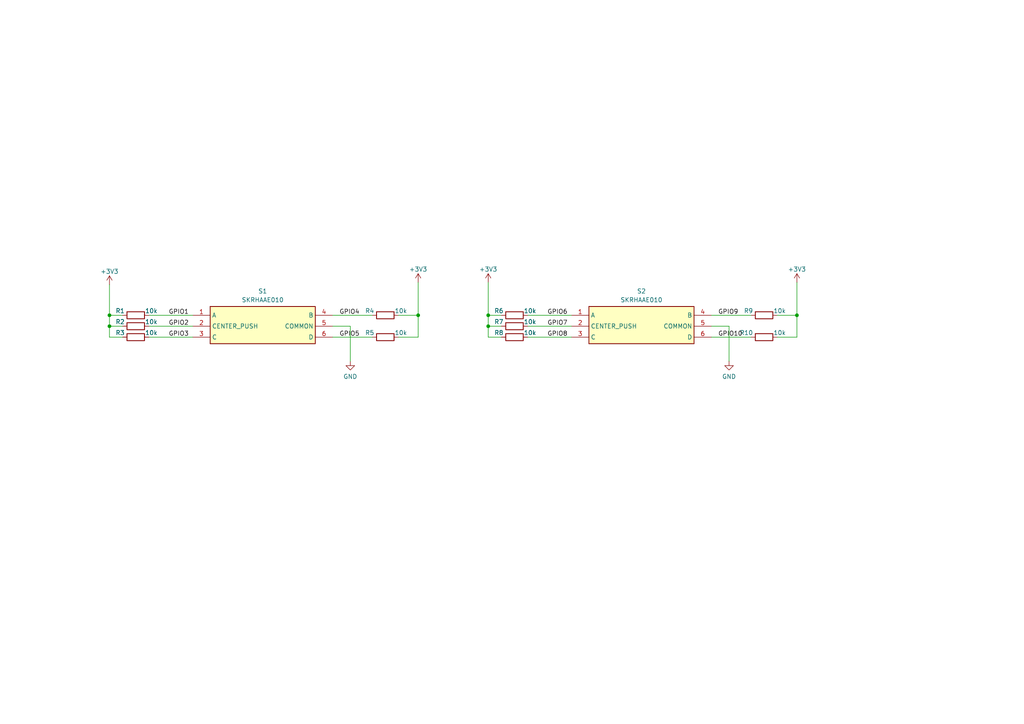
<source format=kicad_sch>
(kicad_sch (version 20230121) (generator eeschema)

  (uuid 89dd5042-e0ca-499f-8c65-b54b53e10503)

  (paper "A4")

  (lib_symbols
    (symbol "Device:R" (pin_numbers hide) (pin_names (offset 0)) (in_bom yes) (on_board yes)
      (property "Reference" "R" (at 2.032 0 90)
        (effects (font (size 1.27 1.27)))
      )
      (property "Value" "R" (at 0 0 90)
        (effects (font (size 1.27 1.27)))
      )
      (property "Footprint" "" (at -1.778 0 90)
        (effects (font (size 1.27 1.27)) hide)
      )
      (property "Datasheet" "~" (at 0 0 0)
        (effects (font (size 1.27 1.27)) hide)
      )
      (property "ki_keywords" "R res resistor" (at 0 0 0)
        (effects (font (size 1.27 1.27)) hide)
      )
      (property "ki_description" "Resistor" (at 0 0 0)
        (effects (font (size 1.27 1.27)) hide)
      )
      (property "ki_fp_filters" "R_*" (at 0 0 0)
        (effects (font (size 1.27 1.27)) hide)
      )
      (symbol "R_0_1"
        (rectangle (start -1.016 -2.54) (end 1.016 2.54)
          (stroke (width 0.254) (type default))
          (fill (type none))
        )
      )
      (symbol "R_1_1"
        (pin passive line (at 0 3.81 270) (length 1.27)
          (name "~" (effects (font (size 1.27 1.27))))
          (number "1" (effects (font (size 1.27 1.27))))
        )
        (pin passive line (at 0 -3.81 90) (length 1.27)
          (name "~" (effects (font (size 1.27 1.27))))
          (number "2" (effects (font (size 1.27 1.27))))
        )
      )
    )
    (symbol "SKRHAAE010_1" (in_bom yes) (on_board yes)
      (property "Reference" "S1" (at 20.32 7.62 0)
        (effects (font (size 1.27 1.27)))
      )
      (property "Value" "SKRHAAE010" (at 20.32 5.08 0)
        (effects (font (size 1.27 1.27)))
      )
      (property "Footprint" "SKRHAAE010" (at 36.83 -94.92 0)
        (effects (font (size 1.27 1.27)) (justify left top) hide)
      )
      (property "Datasheet" "http://www.alps.com/prod/info/E/HTML/MultiControl/Switch/SKRH/SKRHAAE010.html" (at 36.83 -194.92 0)
        (effects (font (size 1.27 1.27)) (justify left top) hide)
      )
      (property "Height" "" (at 36.83 -394.92 0)
        (effects (font (size 1.27 1.27)) (justify left top) hide)
      )
      (property "Mouser Part Number" "688-SKRHAAE010" (at 36.83 -494.92 0)
        (effects (font (size 1.27 1.27)) (justify left top) hide)
      )
      (property "Mouser Price/Stock" "https://www.mouser.co.uk/ProductDetail/Alps-Alpine/SKRHAAE010?qs=6EGMNY9ZYDQQG43X8RE8sg%3D%3D" (at 36.83 -594.92 0)
        (effects (font (size 1.27 1.27)) (justify left top) hide)
      )
      (property "Manufacturer_Name" "ALPS Electric" (at 36.83 -694.92 0)
        (effects (font (size 1.27 1.27)) (justify left top) hide)
      )
      (property "Manufacturer_Part_Number" "SKRHAAE010" (at 36.83 -794.92 0)
        (effects (font (size 1.27 1.27)) (justify left top) hide)
      )
      (property "ki_description" "Multi-Directional Switches 4 Dir Center Push 50mA 12V DC" (at 0 0 0)
        (effects (font (size 1.27 1.27)) hide)
      )
      (symbol "SKRHAAE010_1_1_1"
        (rectangle (start 5.08 3.175) (end 35.56 -7.62)
          (stroke (width 0.254) (type default))
          (fill (type background))
        )
        (pin output line (at 0 0.635 0) (length 5.08)
          (name "A" (effects (font (size 1.27 1.27))))
          (number "1" (effects (font (size 1.27 1.27))))
        )
        (pin output line (at 0 -2.54 0) (length 5.08)
          (name "CENTER_PUSH" (effects (font (size 1.27 1.27))))
          (number "2" (effects (font (size 1.27 1.27))))
        )
        (pin output line (at 0 -5.715 0) (length 5.08)
          (name "C" (effects (font (size 1.27 1.27))))
          (number "3" (effects (font (size 1.27 1.27))))
        )
        (pin output line (at 40.64 0.635 180) (length 5.08)
          (name "B" (effects (font (size 1.27 1.27))))
          (number "4" (effects (font (size 1.27 1.27))))
        )
        (pin input line (at 40.64 -2.54 180) (length 5.08)
          (name "COMMON" (effects (font (size 1.27 1.27))))
          (number "5" (effects (font (size 1.27 1.27))))
        )
        (pin passive line (at 40.64 -5.715 180) (length 5.08)
          (name "D" (effects (font (size 1.27 1.27))))
          (number "6" (effects (font (size 1.27 1.27))))
        )
      )
    )
    (symbol "power:+3V3" (power) (pin_names (offset 0)) (in_bom yes) (on_board yes)
      (property "Reference" "#PWR" (at 0 -3.81 0)
        (effects (font (size 1.27 1.27)) hide)
      )
      (property "Value" "+3V3" (at 0 3.556 0)
        (effects (font (size 1.27 1.27)))
      )
      (property "Footprint" "" (at 0 0 0)
        (effects (font (size 1.27 1.27)) hide)
      )
      (property "Datasheet" "" (at 0 0 0)
        (effects (font (size 1.27 1.27)) hide)
      )
      (property "ki_keywords" "power-flag" (at 0 0 0)
        (effects (font (size 1.27 1.27)) hide)
      )
      (property "ki_description" "Power symbol creates a global label with name \"+3V3\"" (at 0 0 0)
        (effects (font (size 1.27 1.27)) hide)
      )
      (symbol "+3V3_0_1"
        (polyline
          (pts
            (xy -0.762 1.27)
            (xy 0 2.54)
          )
          (stroke (width 0) (type default))
          (fill (type none))
        )
        (polyline
          (pts
            (xy 0 0)
            (xy 0 2.54)
          )
          (stroke (width 0) (type default))
          (fill (type none))
        )
        (polyline
          (pts
            (xy 0 2.54)
            (xy 0.762 1.27)
          )
          (stroke (width 0) (type default))
          (fill (type none))
        )
      )
      (symbol "+3V3_1_1"
        (pin power_in line (at 0 0 90) (length 0) hide
          (name "+3V3" (effects (font (size 1.27 1.27))))
          (number "1" (effects (font (size 1.27 1.27))))
        )
      )
    )
    (symbol "power:GND" (power) (pin_names (offset 0)) (in_bom yes) (on_board yes)
      (property "Reference" "#PWR" (at 0 -6.35 0)
        (effects (font (size 1.27 1.27)) hide)
      )
      (property "Value" "GND" (at 0 -3.81 0)
        (effects (font (size 1.27 1.27)))
      )
      (property "Footprint" "" (at 0 0 0)
        (effects (font (size 1.27 1.27)) hide)
      )
      (property "Datasheet" "" (at 0 0 0)
        (effects (font (size 1.27 1.27)) hide)
      )
      (property "ki_keywords" "power-flag" (at 0 0 0)
        (effects (font (size 1.27 1.27)) hide)
      )
      (property "ki_description" "Power symbol creates a global label with name \"GND\" , ground" (at 0 0 0)
        (effects (font (size 1.27 1.27)) hide)
      )
      (symbol "GND_0_1"
        (polyline
          (pts
            (xy 0 0)
            (xy 0 -1.27)
            (xy 1.27 -1.27)
            (xy 0 -2.54)
            (xy -1.27 -1.27)
            (xy 0 -1.27)
          )
          (stroke (width 0) (type default))
          (fill (type none))
        )
      )
      (symbol "GND_1_1"
        (pin power_in line (at 0 0 270) (length 0) hide
          (name "GND" (effects (font (size 1.27 1.27))))
          (number "1" (effects (font (size 1.27 1.27))))
        )
      )
    )
  )

  (junction (at 31.75 91.44) (diameter 0) (color 0 0 0 0)
    (uuid 84a76499-278e-4d6d-8776-596d352e034c)
  )
  (junction (at 141.605 94.615) (diameter 0) (color 0 0 0 0)
    (uuid a84e3fe3-5627-4523-a9ba-d152e3c8ff0e)
  )
  (junction (at 231.14 91.44) (diameter 0) (color 0 0 0 0)
    (uuid b1551e42-e33d-4429-a79c-4804d789b76a)
  )
  (junction (at 141.605 91.44) (diameter 0) (color 0 0 0 0)
    (uuid dcb7a0e4-4065-4ef5-9c96-d8c297f31430)
  )
  (junction (at 31.75 94.615) (diameter 0) (color 0 0 0 0)
    (uuid e3f67c8e-6f28-4959-89fe-ea76a014cfb6)
  )
  (junction (at 121.285 91.44) (diameter 0) (color 0 0 0 0)
    (uuid ed6d8c34-8c04-4e79-a341-5851d296bce2)
  )

  (wire (pts (xy 31.75 82.55) (xy 31.75 91.44))
    (stroke (width 0) (type default))
    (uuid 06245715-8c24-4069-ba0c-5a88fdd0057d)
  )
  (wire (pts (xy 231.14 91.44) (xy 231.14 97.79))
    (stroke (width 0) (type default))
    (uuid 111bd02f-0cbe-4e4e-a3f0-dd25f63b9039)
  )
  (wire (pts (xy 141.605 94.615) (xy 145.415 94.615))
    (stroke (width 0) (type default))
    (uuid 175323a5-68d6-4c1e-89d2-297e905e12a9)
  )
  (wire (pts (xy 96.52 91.44) (xy 107.95 91.44))
    (stroke (width 0) (type default))
    (uuid 1994b41e-3d9e-42c9-b14b-e9121e1414ba)
  )
  (wire (pts (xy 43.18 97.79) (xy 55.88 97.79))
    (stroke (width 0) (type default))
    (uuid 1b9eba75-04ba-432a-a69c-62f360c469a0)
  )
  (wire (pts (xy 31.75 97.79) (xy 35.56 97.79))
    (stroke (width 0) (type default))
    (uuid 1de7931a-e107-4b48-a2d1-42606e01c0f8)
  )
  (wire (pts (xy 31.75 91.44) (xy 35.56 91.44))
    (stroke (width 0) (type default))
    (uuid 2a45fb1e-b963-42c9-893c-7800435122a1)
  )
  (wire (pts (xy 121.285 97.79) (xy 115.57 97.79))
    (stroke (width 0) (type default))
    (uuid 2b36fdd4-106d-43ca-8999-a3bb5d0afaf1)
  )
  (wire (pts (xy 225.425 91.44) (xy 231.14 91.44))
    (stroke (width 0) (type default))
    (uuid 2f07a9b2-394c-4a7d-81a2-67375eb5feac)
  )
  (wire (pts (xy 141.605 97.79) (xy 145.415 97.79))
    (stroke (width 0) (type default))
    (uuid 31a91f67-f05e-40aa-bf67-c2d77fd3009e)
  )
  (wire (pts (xy 141.605 91.44) (xy 145.415 91.44))
    (stroke (width 0) (type default))
    (uuid 421fa4fb-427f-40c2-9bf2-66f2c6ec8e7f)
  )
  (wire (pts (xy 211.455 94.615) (xy 206.375 94.615))
    (stroke (width 0) (type default))
    (uuid 44b1b4fa-c1c0-401b-944e-d373b5c443c2)
  )
  (wire (pts (xy 206.375 91.44) (xy 217.805 91.44))
    (stroke (width 0) (type default))
    (uuid 46496b53-1012-4605-a2cd-205ce9b7b3d8)
  )
  (wire (pts (xy 153.035 94.615) (xy 165.735 94.615))
    (stroke (width 0) (type default))
    (uuid 46746cc2-576d-4198-9703-9c09af6bbbce)
  )
  (wire (pts (xy 43.18 91.44) (xy 55.88 91.44))
    (stroke (width 0) (type default))
    (uuid 4732fd8f-8894-4475-a566-45f4cdb3a65e)
  )
  (wire (pts (xy 141.605 91.44) (xy 141.605 94.615))
    (stroke (width 0) (type default))
    (uuid 50b5b577-ab5f-4f6b-885e-e5d41eca3c22)
  )
  (wire (pts (xy 141.605 81.915) (xy 141.605 91.44))
    (stroke (width 0) (type default))
    (uuid 590d6b24-2933-4d05-a27c-258147f22c62)
  )
  (wire (pts (xy 31.75 94.615) (xy 35.56 94.615))
    (stroke (width 0) (type default))
    (uuid 5f2c8ea0-7e64-4bfc-bb86-5b7e742cb5b2)
  )
  (wire (pts (xy 101.6 94.615) (xy 96.52 94.615))
    (stroke (width 0) (type default))
    (uuid 67505ad3-fcb6-422c-8760-1f273f30505d)
  )
  (wire (pts (xy 153.035 91.44) (xy 165.735 91.44))
    (stroke (width 0) (type default))
    (uuid 6828dbdc-acf6-45bd-963e-dc751ded0af8)
  )
  (wire (pts (xy 231.14 97.79) (xy 225.425 97.79))
    (stroke (width 0) (type default))
    (uuid 6e775a0d-4401-412e-b17e-83f9c9bc1899)
  )
  (wire (pts (xy 115.57 91.44) (xy 121.285 91.44))
    (stroke (width 0) (type default))
    (uuid 7a1b9a9d-9d12-4732-924d-b0936bd74bb7)
  )
  (wire (pts (xy 31.75 91.44) (xy 31.75 94.615))
    (stroke (width 0) (type default))
    (uuid 84ab0d4b-a19d-47ad-a920-a499de46e23a)
  )
  (wire (pts (xy 121.285 91.44) (xy 121.285 97.79))
    (stroke (width 0) (type default))
    (uuid 943da0a5-0763-473e-a7dd-bcb7d1cdfefc)
  )
  (wire (pts (xy 101.6 104.775) (xy 101.6 94.615))
    (stroke (width 0) (type default))
    (uuid 9c990552-6a86-41a9-a9f4-21f1a939f9e7)
  )
  (wire (pts (xy 211.455 104.775) (xy 211.455 94.615))
    (stroke (width 0) (type default))
    (uuid 9f0da247-2b81-4223-bca0-d40c696d07d3)
  )
  (wire (pts (xy 121.285 81.915) (xy 121.285 91.44))
    (stroke (width 0) (type default))
    (uuid a0c910c1-b4f2-4e09-9a2b-999ce285caaa)
  )
  (wire (pts (xy 31.75 94.615) (xy 31.75 97.79))
    (stroke (width 0) (type default))
    (uuid b03d97cb-c2a1-4911-92d2-415a5e6423c5)
  )
  (wire (pts (xy 43.18 94.615) (xy 55.88 94.615))
    (stroke (width 0) (type default))
    (uuid b080f074-b547-4389-940c-19405a38a784)
  )
  (wire (pts (xy 96.52 97.79) (xy 107.95 97.79))
    (stroke (width 0) (type default))
    (uuid e6f9293b-6f90-4735-a679-c6a6cf6c35a6)
  )
  (wire (pts (xy 206.375 97.79) (xy 217.805 97.79))
    (stroke (width 0) (type default))
    (uuid e7c179af-5b69-4384-a189-0d7cb6edcc04)
  )
  (wire (pts (xy 153.035 97.79) (xy 165.735 97.79))
    (stroke (width 0) (type default))
    (uuid f3762f0d-65a8-4466-814f-905acd2b32b4)
  )
  (wire (pts (xy 231.14 81.915) (xy 231.14 91.44))
    (stroke (width 0) (type default))
    (uuid fb78ce36-ff7f-4ed6-a9d0-ba82c92e1b11)
  )
  (wire (pts (xy 141.605 94.615) (xy 141.605 97.79))
    (stroke (width 0) (type default))
    (uuid fb949eb6-8ce7-4a0e-a00c-c72cd01b137f)
  )

  (label "GPIO2" (at 48.895 94.615 0) (fields_autoplaced)
    (effects (font (size 1.27 1.27)) (justify left bottom))
    (uuid 12bf7f11-6b57-483d-8020-bfc04aeadf7e)
  )
  (label "GPIO8" (at 158.75 97.79 0) (fields_autoplaced)
    (effects (font (size 1.27 1.27)) (justify left bottom))
    (uuid 2fa2d198-7e36-4fa0-b891-f73da489e0d3)
  )
  (label "GPIO6" (at 158.75 91.44 0) (fields_autoplaced)
    (effects (font (size 1.27 1.27)) (justify left bottom))
    (uuid 4190c653-96e1-4d99-b98a-bd76abbfe031)
  )
  (label "GPIO1" (at 48.895 91.44 0) (fields_autoplaced)
    (effects (font (size 1.27 1.27)) (justify left bottom))
    (uuid 4d4a79bd-2357-42fa-9b29-c047abff75e7)
  )
  (label "GPIO3" (at 48.895 97.79 0) (fields_autoplaced)
    (effects (font (size 1.27 1.27)) (justify left bottom))
    (uuid 53897eaa-e2c3-4396-9cbf-82e4e24f1cb1)
  )
  (label "GPIO7" (at 158.75 94.615 0) (fields_autoplaced)
    (effects (font (size 1.27 1.27)) (justify left bottom))
    (uuid 88ffa880-d548-4a80-a844-722c694ef7de)
  )
  (label "GPIO5" (at 98.425 97.79 0) (fields_autoplaced)
    (effects (font (size 1.27 1.27)) (justify left bottom))
    (uuid ad2ba549-a09a-4f03-86bf-0476a3e5ad95)
  )
  (label "GPIO9" (at 208.28 91.44 0) (fields_autoplaced)
    (effects (font (size 1.27 1.27)) (justify left bottom))
    (uuid d751b384-3232-4d9a-a0b0-9731814e6a5e)
  )
  (label "GPIO10" (at 208.28 97.79 0) (fields_autoplaced)
    (effects (font (size 1.27 1.27)) (justify left bottom))
    (uuid ec01fd10-1a33-4500-ac39-dc523a0c5621)
  )
  (label "GPIO4" (at 98.425 91.44 0) (fields_autoplaced)
    (effects (font (size 1.27 1.27)) (justify left bottom))
    (uuid ed3c31fd-7711-41d9-8ccd-c03dd6f55b76)
  )

  (symbol (lib_id "Device:R") (at 221.615 97.79 90) (unit 1)
    (in_bom yes) (on_board yes) (dnp no)
    (uuid 0333c1c7-4516-4078-8c9f-3d113080d39b)
    (property "Reference" "R10" (at 218.44 96.52 90)
      (effects (font (size 1.27 1.27)) (justify left))
    )
    (property "Value" "10k" (at 227.965 96.52 90)
      (effects (font (size 1.27 1.27)) (justify left))
    )
    (property "Footprint" "" (at 221.615 99.568 90)
      (effects (font (size 1.27 1.27)) hide)
    )
    (property "Datasheet" "~" (at 221.615 97.79 0)
      (effects (font (size 1.27 1.27)) hide)
    )
    (pin "1" (uuid 5b7cb638-a79b-4793-a16b-8210c3326fdf))
    (pin "2" (uuid 1d1b82c3-6c4b-417e-80fd-974da6a3f82a))
    (instances
      (project "0013_Joystick_Module_SKRHAAE010"
        (path "/89dd5042-e0ca-499f-8c65-b54b53e10503"
          (reference "R10") (unit 1)
        )
      )
    )
  )

  (symbol (lib_id "power:GND") (at 211.455 104.775 0) (unit 1)
    (in_bom yes) (on_board yes) (dnp no) (fields_autoplaced)
    (uuid 208df374-d6ba-4196-a7ee-b80d8c64f360)
    (property "Reference" "#PWR05" (at 211.455 111.125 0)
      (effects (font (size 1.27 1.27)) hide)
    )
    (property "Value" "GND" (at 211.455 109.22 0)
      (effects (font (size 1.27 1.27)))
    )
    (property "Footprint" "" (at 211.455 104.775 0)
      (effects (font (size 1.27 1.27)) hide)
    )
    (property "Datasheet" "" (at 211.455 104.775 0)
      (effects (font (size 1.27 1.27)) hide)
    )
    (pin "1" (uuid 15eb56e4-2180-4816-b64e-793e4f9ab34a))
    (instances
      (project "0013_Joystick_Module_SKRHAAE010"
        (path "/89dd5042-e0ca-499f-8c65-b54b53e10503"
          (reference "#PWR05") (unit 1)
        )
      )
    )
  )

  (symbol (lib_id "Device:R") (at 111.76 91.44 90) (unit 1)
    (in_bom yes) (on_board yes) (dnp no)
    (uuid 2d8ac901-6094-4d9a-8cd0-f1ee1edf47c8)
    (property "Reference" "R4" (at 108.585 90.17 90)
      (effects (font (size 1.27 1.27)) (justify left))
    )
    (property "Value" "10k" (at 118.11 90.17 90)
      (effects (font (size 1.27 1.27)) (justify left))
    )
    (property "Footprint" "" (at 111.76 93.218 90)
      (effects (font (size 1.27 1.27)) hide)
    )
    (property "Datasheet" "~" (at 111.76 91.44 0)
      (effects (font (size 1.27 1.27)) hide)
    )
    (pin "1" (uuid c39a434c-9dda-4ce5-9c56-a264d60e8a66))
    (pin "2" (uuid 3ba0b264-dbea-4824-8377-e713efe10842))
    (instances
      (project "0013_Joystick_Module_SKRHAAE010"
        (path "/89dd5042-e0ca-499f-8c65-b54b53e10503"
          (reference "R4") (unit 1)
        )
      )
    )
  )

  (symbol (lib_id "Device:R") (at 221.615 91.44 90) (unit 1)
    (in_bom yes) (on_board yes) (dnp no)
    (uuid 36194e67-3028-4cd4-9f82-7ea576f778ea)
    (property "Reference" "R9" (at 218.44 90.17 90)
      (effects (font (size 1.27 1.27)) (justify left))
    )
    (property "Value" "10k" (at 227.965 90.17 90)
      (effects (font (size 1.27 1.27)) (justify left))
    )
    (property "Footprint" "" (at 221.615 93.218 90)
      (effects (font (size 1.27 1.27)) hide)
    )
    (property "Datasheet" "~" (at 221.615 91.44 0)
      (effects (font (size 1.27 1.27)) hide)
    )
    (pin "1" (uuid e5d099f4-1f52-4f56-9e6e-ec9358a5657f))
    (pin "2" (uuid 989c804c-5cbf-4535-b71d-3bda244cbb22))
    (instances
      (project "0013_Joystick_Module_SKRHAAE010"
        (path "/89dd5042-e0ca-499f-8c65-b54b53e10503"
          (reference "R9") (unit 1)
        )
      )
    )
  )

  (symbol (lib_id "Device:R") (at 111.76 97.79 90) (unit 1)
    (in_bom yes) (on_board yes) (dnp no)
    (uuid 38723a0f-755a-4945-939b-a596a747403d)
    (property "Reference" "R5" (at 108.585 96.52 90)
      (effects (font (size 1.27 1.27)) (justify left))
    )
    (property "Value" "10k" (at 118.11 96.52 90)
      (effects (font (size 1.27 1.27)) (justify left))
    )
    (property "Footprint" "" (at 111.76 99.568 90)
      (effects (font (size 1.27 1.27)) hide)
    )
    (property "Datasheet" "~" (at 111.76 97.79 0)
      (effects (font (size 1.27 1.27)) hide)
    )
    (pin "1" (uuid aa2deebe-9e4a-4b1a-a1f7-e1812696b21f))
    (pin "2" (uuid 9e265493-cead-40e3-825c-777db3415c09))
    (instances
      (project "0013_Joystick_Module_SKRHAAE010"
        (path "/89dd5042-e0ca-499f-8c65-b54b53e10503"
          (reference "R5") (unit 1)
        )
      )
    )
  )

  (symbol (lib_id "Device:R") (at 149.225 97.79 90) (unit 1)
    (in_bom yes) (on_board yes) (dnp no)
    (uuid 41e30cee-9692-44e9-a04a-7409abb78ec4)
    (property "Reference" "R8" (at 146.05 96.52 90)
      (effects (font (size 1.27 1.27)) (justify left))
    )
    (property "Value" "10k" (at 155.575 96.52 90)
      (effects (font (size 1.27 1.27)) (justify left))
    )
    (property "Footprint" "" (at 149.225 99.568 90)
      (effects (font (size 1.27 1.27)) hide)
    )
    (property "Datasheet" "~" (at 149.225 97.79 0)
      (effects (font (size 1.27 1.27)) hide)
    )
    (pin "1" (uuid fd28e541-0160-4968-a490-39951baa4554))
    (pin "2" (uuid 6191f135-f8f3-4cd4-8e18-eeeed1f79c1b))
    (instances
      (project "0013_Joystick_Module_SKRHAAE010"
        (path "/89dd5042-e0ca-499f-8c65-b54b53e10503"
          (reference "R8") (unit 1)
        )
      )
    )
  )

  (symbol (lib_name "SKRHAAE010_1") (lib_id "SKRHAAE010:SKRHAAE010") (at 165.735 92.075 0) (unit 1)
    (in_bom yes) (on_board yes) (dnp no) (fields_autoplaced)
    (uuid 5fbf17bb-16d8-46f4-9057-79a18dfd34f3)
    (property "Reference" "S2" (at 186.055 84.455 0)
      (effects (font (size 1.27 1.27)))
    )
    (property "Value" "SKRHAAE010" (at 186.055 86.995 0)
      (effects (font (size 1.27 1.27)))
    )
    (property "Footprint" "SKRHAAE010" (at 202.565 186.995 0)
      (effects (font (size 1.27 1.27)) (justify left top) hide)
    )
    (property "Datasheet" "http://www.alps.com/prod/info/E/HTML/MultiControl/Switch/SKRH/SKRHAAE010.html" (at 202.565 286.995 0)
      (effects (font (size 1.27 1.27)) (justify left top) hide)
    )
    (property "Height" "" (at 202.565 486.995 0)
      (effects (font (size 1.27 1.27)) (justify left top) hide)
    )
    (property "Mouser Part Number" "688-SKRHAAE010" (at 202.565 586.995 0)
      (effects (font (size 1.27 1.27)) (justify left top) hide)
    )
    (property "Mouser Price/Stock" "https://www.mouser.co.uk/ProductDetail/Alps-Alpine/SKRHAAE010?qs=6EGMNY9ZYDQQG43X8RE8sg%3D%3D" (at 202.565 686.995 0)
      (effects (font (size 1.27 1.27)) (justify left top) hide)
    )
    (property "Manufacturer_Name" "ALPS Electric" (at 202.565 786.995 0)
      (effects (font (size 1.27 1.27)) (justify left top) hide)
    )
    (property "Manufacturer_Part_Number" "SKRHAAE010" (at 202.565 886.995 0)
      (effects (font (size 1.27 1.27)) (justify left top) hide)
    )
    (pin "1" (uuid ce2b9b65-6836-47f0-bcb7-94c8b66d6fc9))
    (pin "2" (uuid 849397eb-00e5-4c9f-aabd-c0b3e6344ff7))
    (pin "3" (uuid f53f93fa-2fa5-4767-87d8-1f7fa60d458e))
    (pin "4" (uuid da86e451-a2e7-40f8-b4e0-e3e563faf08e))
    (pin "5" (uuid 89e03e13-b976-45dd-ad76-91b02fd8038f))
    (pin "6" (uuid 82d69595-cb8b-4770-9d01-1a6724a58803))
    (instances
      (project "0013_Joystick_Module_SKRHAAE010"
        (path "/89dd5042-e0ca-499f-8c65-b54b53e10503"
          (reference "S2") (unit 1)
        )
      )
    )
  )

  (symbol (lib_id "power:+3V3") (at 121.285 81.915 0) (unit 1)
    (in_bom yes) (on_board yes) (dnp no)
    (uuid 76cb1c89-d798-4fc9-b3f7-2d01591e48aa)
    (property "Reference" "#PWR04" (at 121.285 85.725 0)
      (effects (font (size 1.27 1.27)) hide)
    )
    (property "Value" "+3V3" (at 121.285 78.105 0)
      (effects (font (size 1.27 1.27)))
    )
    (property "Footprint" "" (at 121.285 81.915 0)
      (effects (font (size 1.27 1.27)) hide)
    )
    (property "Datasheet" "" (at 121.285 81.915 0)
      (effects (font (size 1.27 1.27)) hide)
    )
    (pin "1" (uuid f610454e-f15f-4e27-9564-78d2f65340af))
    (instances
      (project "0013_Joystick_Module_SKRHAAE010"
        (path "/89dd5042-e0ca-499f-8c65-b54b53e10503"
          (reference "#PWR04") (unit 1)
        )
      )
    )
  )

  (symbol (lib_id "Device:R") (at 149.225 91.44 90) (unit 1)
    (in_bom yes) (on_board yes) (dnp no)
    (uuid 77ab275d-73d6-4e54-b711-ae8d664e8b7d)
    (property "Reference" "R6" (at 146.05 90.17 90)
      (effects (font (size 1.27 1.27)) (justify left))
    )
    (property "Value" "10k" (at 155.575 90.17 90)
      (effects (font (size 1.27 1.27)) (justify left))
    )
    (property "Footprint" "" (at 149.225 93.218 90)
      (effects (font (size 1.27 1.27)) hide)
    )
    (property "Datasheet" "~" (at 149.225 91.44 0)
      (effects (font (size 1.27 1.27)) hide)
    )
    (pin "1" (uuid 1a51d56c-bc0b-434f-b031-9b278e7f3ec3))
    (pin "2" (uuid e69b55ef-c593-454a-9e42-68612d28bea0))
    (instances
      (project "0013_Joystick_Module_SKRHAAE010"
        (path "/89dd5042-e0ca-499f-8c65-b54b53e10503"
          (reference "R6") (unit 1)
        )
      )
    )
  )

  (symbol (lib_id "Device:R") (at 39.37 91.44 90) (unit 1)
    (in_bom yes) (on_board yes) (dnp no)
    (uuid 799bbcd4-ec21-4a7e-a3aa-c52f11bb4746)
    (property "Reference" "R1" (at 36.195 90.17 90)
      (effects (font (size 1.27 1.27)) (justify left))
    )
    (property "Value" "10k" (at 45.72 90.17 90)
      (effects (font (size 1.27 1.27)) (justify left))
    )
    (property "Footprint" "" (at 39.37 93.218 90)
      (effects (font (size 1.27 1.27)) hide)
    )
    (property "Datasheet" "~" (at 39.37 91.44 0)
      (effects (font (size 1.27 1.27)) hide)
    )
    (pin "1" (uuid 70ee3da1-c123-4b4d-b852-0900378f2207))
    (pin "2" (uuid 8c4003e8-55e9-44ac-8467-585756fe3b04))
    (instances
      (project "0013_Joystick_Module_SKRHAAE010"
        (path "/89dd5042-e0ca-499f-8c65-b54b53e10503"
          (reference "R1") (unit 1)
        )
      )
    )
  )

  (symbol (lib_id "Device:R") (at 149.225 94.615 90) (unit 1)
    (in_bom yes) (on_board yes) (dnp no)
    (uuid 80abd371-f2bb-4e3f-81b1-54674a3b1514)
    (property "Reference" "R7" (at 146.05 93.345 90)
      (effects (font (size 1.27 1.27)) (justify left))
    )
    (property "Value" "10k" (at 155.575 93.345 90)
      (effects (font (size 1.27 1.27)) (justify left))
    )
    (property "Footprint" "" (at 149.225 96.393 90)
      (effects (font (size 1.27 1.27)) hide)
    )
    (property "Datasheet" "~" (at 149.225 94.615 0)
      (effects (font (size 1.27 1.27)) hide)
    )
    (pin "1" (uuid 834229f6-748a-49b7-a11c-791fc8afad17))
    (pin "2" (uuid 78495c20-c2ce-4eb4-9600-35d7939553d9))
    (instances
      (project "0013_Joystick_Module_SKRHAAE010"
        (path "/89dd5042-e0ca-499f-8c65-b54b53e10503"
          (reference "R7") (unit 1)
        )
      )
    )
  )

  (symbol (lib_id "Device:R") (at 39.37 97.79 90) (unit 1)
    (in_bom yes) (on_board yes) (dnp no)
    (uuid 998abf1d-7051-4e92-9598-64096082072b)
    (property "Reference" "R3" (at 36.195 96.52 90)
      (effects (font (size 1.27 1.27)) (justify left))
    )
    (property "Value" "10k" (at 45.72 96.52 90)
      (effects (font (size 1.27 1.27)) (justify left))
    )
    (property "Footprint" "" (at 39.37 99.568 90)
      (effects (font (size 1.27 1.27)) hide)
    )
    (property "Datasheet" "~" (at 39.37 97.79 0)
      (effects (font (size 1.27 1.27)) hide)
    )
    (pin "1" (uuid 161141e6-7cc8-4891-87ab-ebe3b672966d))
    (pin "2" (uuid 784a5354-ecd5-49a8-8524-5b869ecf75e5))
    (instances
      (project "0013_Joystick_Module_SKRHAAE010"
        (path "/89dd5042-e0ca-499f-8c65-b54b53e10503"
          (reference "R3") (unit 1)
        )
      )
    )
  )

  (symbol (lib_id "power:+3V3") (at 31.75 82.55 0) (unit 1)
    (in_bom yes) (on_board yes) (dnp no)
    (uuid 999e0bfa-f16a-4fa7-a7bd-7093dd3eed55)
    (property "Reference" "#PWR03" (at 31.75 86.36 0)
      (effects (font (size 1.27 1.27)) hide)
    )
    (property "Value" "+3V3" (at 31.75 78.74 0)
      (effects (font (size 1.27 1.27)))
    )
    (property "Footprint" "" (at 31.75 82.55 0)
      (effects (font (size 1.27 1.27)) hide)
    )
    (property "Datasheet" "" (at 31.75 82.55 0)
      (effects (font (size 1.27 1.27)) hide)
    )
    (pin "1" (uuid 73a09484-87d1-41d2-8b53-e9bd325e767c))
    (instances
      (project "0013_Joystick_Module_SKRHAAE010"
        (path "/89dd5042-e0ca-499f-8c65-b54b53e10503"
          (reference "#PWR03") (unit 1)
        )
      )
    )
  )

  (symbol (lib_id "power:+3V3") (at 231.14 81.915 0) (unit 1)
    (in_bom yes) (on_board yes) (dnp no)
    (uuid 9fa617ea-fdff-4730-812d-d9a754279478)
    (property "Reference" "#PWR06" (at 231.14 85.725 0)
      (effects (font (size 1.27 1.27)) hide)
    )
    (property "Value" "+3V3" (at 231.14 78.105 0)
      (effects (font (size 1.27 1.27)))
    )
    (property "Footprint" "" (at 231.14 81.915 0)
      (effects (font (size 1.27 1.27)) hide)
    )
    (property "Datasheet" "" (at 231.14 81.915 0)
      (effects (font (size 1.27 1.27)) hide)
    )
    (pin "1" (uuid 3d7658c6-04f4-4e3f-9479-b3246b30338e))
    (instances
      (project "0013_Joystick_Module_SKRHAAE010"
        (path "/89dd5042-e0ca-499f-8c65-b54b53e10503"
          (reference "#PWR06") (unit 1)
        )
      )
    )
  )

  (symbol (lib_name "SKRHAAE010_1") (lib_id "SKRHAAE010:SKRHAAE010") (at 55.88 92.075 0) (unit 1)
    (in_bom yes) (on_board yes) (dnp no) (fields_autoplaced)
    (uuid ac53d06d-7e46-4d0c-9d7d-c14c5ccfa211)
    (property "Reference" "S1" (at 76.2 84.455 0)
      (effects (font (size 1.27 1.27)))
    )
    (property "Value" "SKRHAAE010" (at 76.2 86.995 0)
      (effects (font (size 1.27 1.27)))
    )
    (property "Footprint" "SKRHAAE010" (at 92.71 186.995 0)
      (effects (font (size 1.27 1.27)) (justify left top) hide)
    )
    (property "Datasheet" "http://www.alps.com/prod/info/E/HTML/MultiControl/Switch/SKRH/SKRHAAE010.html" (at 92.71 286.995 0)
      (effects (font (size 1.27 1.27)) (justify left top) hide)
    )
    (property "Height" "" (at 92.71 486.995 0)
      (effects (font (size 1.27 1.27)) (justify left top) hide)
    )
    (property "Mouser Part Number" "688-SKRHAAE010" (at 92.71 586.995 0)
      (effects (font (size 1.27 1.27)) (justify left top) hide)
    )
    (property "Mouser Price/Stock" "https://www.mouser.co.uk/ProductDetail/Alps-Alpine/SKRHAAE010?qs=6EGMNY9ZYDQQG43X8RE8sg%3D%3D" (at 92.71 686.995 0)
      (effects (font (size 1.27 1.27)) (justify left top) hide)
    )
    (property "Manufacturer_Name" "ALPS Electric" (at 92.71 786.995 0)
      (effects (font (size 1.27 1.27)) (justify left top) hide)
    )
    (property "Manufacturer_Part_Number" "SKRHAAE010" (at 92.71 886.995 0)
      (effects (font (size 1.27 1.27)) (justify left top) hide)
    )
    (pin "1" (uuid 9e2de868-2755-474f-ad0d-371844522e13))
    (pin "2" (uuid 1034ad44-9fec-4d02-b55f-7cb902d07acd))
    (pin "3" (uuid 5aed76ae-8468-47bd-868c-4c4faeb1723f))
    (pin "4" (uuid 5b6925bf-6c85-44a7-8a0c-615cb4d75cad))
    (pin "5" (uuid 95288771-7d56-419d-be7c-733e9dd08ffe))
    (pin "6" (uuid e9c6448f-5ccd-4b7a-8902-c76facd25560))
    (instances
      (project "0013_Joystick_Module_SKRHAAE010"
        (path "/89dd5042-e0ca-499f-8c65-b54b53e10503"
          (reference "S1") (unit 1)
        )
      )
    )
  )

  (symbol (lib_id "Device:R") (at 39.37 94.615 90) (unit 1)
    (in_bom yes) (on_board yes) (dnp no)
    (uuid b779afe3-4eb2-4657-a26f-eb9cd5635e6b)
    (property "Reference" "R2" (at 36.195 93.345 90)
      (effects (font (size 1.27 1.27)) (justify left))
    )
    (property "Value" "10k" (at 45.72 93.345 90)
      (effects (font (size 1.27 1.27)) (justify left))
    )
    (property "Footprint" "" (at 39.37 96.393 90)
      (effects (font (size 1.27 1.27)) hide)
    )
    (property "Datasheet" "~" (at 39.37 94.615 0)
      (effects (font (size 1.27 1.27)) hide)
    )
    (pin "1" (uuid 33e95966-e715-4bc7-a800-0deb715857d6))
    (pin "2" (uuid 2915062b-4104-4bcd-99c2-bc618b1c5d77))
    (instances
      (project "0013_Joystick_Module_SKRHAAE010"
        (path "/89dd5042-e0ca-499f-8c65-b54b53e10503"
          (reference "R2") (unit 1)
        )
      )
    )
  )

  (symbol (lib_id "power:GND") (at 101.6 104.775 0) (unit 1)
    (in_bom yes) (on_board yes) (dnp no) (fields_autoplaced)
    (uuid f937b853-3574-4539-a3a5-b7974f55733d)
    (property "Reference" "#PWR01" (at 101.6 111.125 0)
      (effects (font (size 1.27 1.27)) hide)
    )
    (property "Value" "GND" (at 101.6 109.22 0)
      (effects (font (size 1.27 1.27)))
    )
    (property "Footprint" "" (at 101.6 104.775 0)
      (effects (font (size 1.27 1.27)) hide)
    )
    (property "Datasheet" "" (at 101.6 104.775 0)
      (effects (font (size 1.27 1.27)) hide)
    )
    (pin "1" (uuid cb974fe6-7c47-4dfe-85dc-138be01f866d))
    (instances
      (project "0013_Joystick_Module_SKRHAAE010"
        (path "/89dd5042-e0ca-499f-8c65-b54b53e10503"
          (reference "#PWR01") (unit 1)
        )
      )
    )
  )

  (symbol (lib_id "power:+3V3") (at 141.605 81.915 0) (unit 1)
    (in_bom yes) (on_board yes) (dnp no)
    (uuid fbba9907-153c-43b7-937f-019a368ba4d2)
    (property "Reference" "#PWR02" (at 141.605 85.725 0)
      (effects (font (size 1.27 1.27)) hide)
    )
    (property "Value" "+3V3" (at 141.605 78.105 0)
      (effects (font (size 1.27 1.27)))
    )
    (property "Footprint" "" (at 141.605 81.915 0)
      (effects (font (size 1.27 1.27)) hide)
    )
    (property "Datasheet" "" (at 141.605 81.915 0)
      (effects (font (size 1.27 1.27)) hide)
    )
    (pin "1" (uuid 08f83924-1be1-45f2-92c7-8c48e39887c5))
    (instances
      (project "0013_Joystick_Module_SKRHAAE010"
        (path "/89dd5042-e0ca-499f-8c65-b54b53e10503"
          (reference "#PWR02") (unit 1)
        )
      )
    )
  )

  (sheet_instances
    (path "/" (page "1"))
  )
)

</source>
